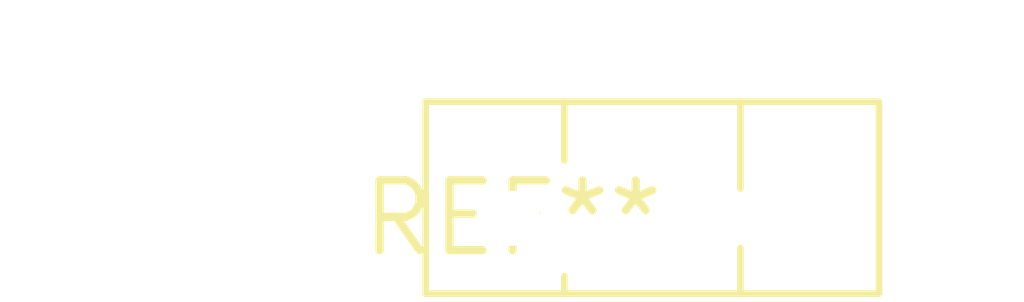
<source format=kicad_pcb>
(kicad_pcb (version 20240108) (generator pcbnew)
  (layers (0 "F.Cu" signal) (31 "B.Cu" signal) (34 "B.Paste" user) (35 "F.Paste" user) (36 "B.SilkS" user "B.Silkscreen") (37 "F.SilkS" user "F.Silkscreen") (38 "B.Mask" user) (39 "F.Mask" user) (44 "Edge.Cuts" user))
  (net 0 "")
  (footprint "TO-126-2_Vertical" (layer "F.Cu") (at 0 0)
    (property "Reference" "REF**")
    (property "Value" "TO-126-2_Vertical")
    (fp_line (start -1.58 -2.12) (end -1.58 1.37) (layer "F.SilkS") (stroke (width 0.12)))
    (fp_line (start -1.58 -2.12) (end 6.66 -2.12) (layer "F.SilkS") (stroke (width 0.12)))
    (fp_line (start -1.58 1.37) (end 6.66 1.37) (layer "F.SilkS") (stroke (width 0.12)))
    (fp_line (start 0.94 -2.12) (end 0.94 -1.05) (layer "F.SilkS") (stroke (width 0.12)))
    (fp_line (start 0.94 1.05) (end 0.94 1.37) (layer "F.SilkS") (stroke (width 0.12)))
    (fp_line (start 4.141 -2.12) (end 4.141 -0.54) (layer "F.SilkS") (stroke (width 0.12)))
    (fp_line (start 4.141 0.54) (end 4.141 1.37) (layer "F.SilkS") (stroke (width 0.12)))
    (fp_line (start 6.66 -2.12) (end 6.66 1.37) (layer "F.SilkS") (stroke (width 0.12)))
    (pad "1" thru_hole rect (at 0 0) (size 1.8 1.8) (drill 1) (layers *.Cu *.Mask) (remove_unused_layers))
    (pad "2" thru_hole oval (at 5.08 0) (size 1.8 1.8) (drill 1) (layers *.Cu *.Mask) (remove_unused_layers))
  )
)
</source>
